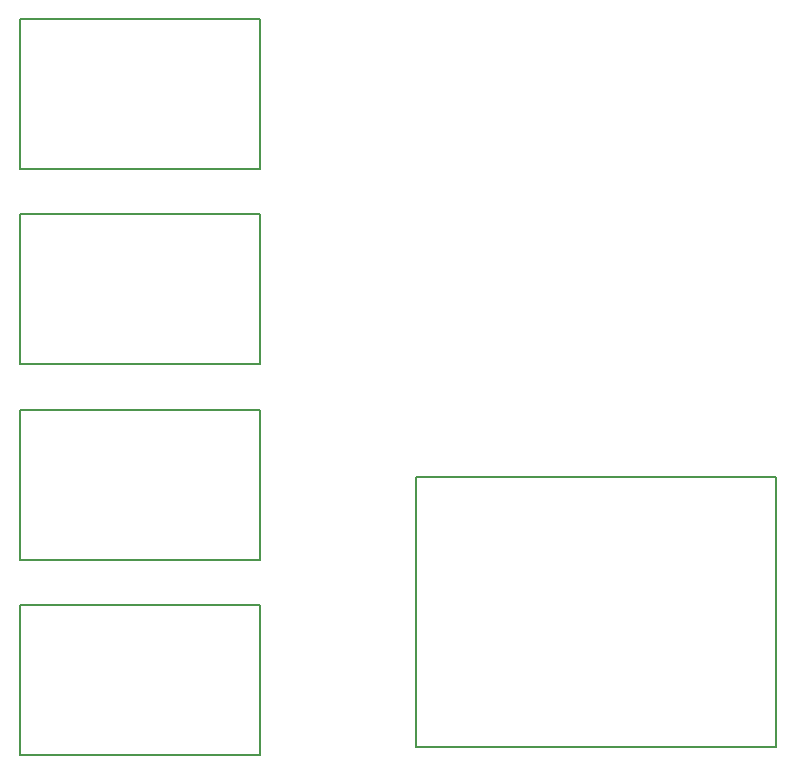
<source format=gbr>
G04 #@! TF.FileFunction,Legend,Bot*
%FSLAX46Y46*%
G04 Gerber Fmt 4.6, Leading zero omitted, Abs format (unit mm)*
G04 Created by KiCad (PCBNEW 4.0.6) date 05/30/17 18:11:38*
%MOMM*%
%LPD*%
G01*
G04 APERTURE LIST*
%ADD10C,0.100000*%
%ADD11C,0.150000*%
G04 APERTURE END LIST*
D10*
D11*
X199136000Y-126365000D02*
X199136000Y-149225000D01*
X229616000Y-126365000D02*
X199136000Y-126365000D01*
X229616000Y-149225000D02*
X229616000Y-126365000D01*
X199136000Y-149225000D02*
X229616000Y-149225000D01*
X185890000Y-100270000D02*
X185890000Y-87570000D01*
X165570000Y-100270000D02*
X185890000Y-100270000D01*
X165570000Y-87570000D02*
X165570000Y-100270000D01*
X185890000Y-87570000D02*
X165570000Y-87570000D01*
X185890000Y-116810000D02*
X185890000Y-104110000D01*
X165570000Y-116810000D02*
X185890000Y-116810000D01*
X165570000Y-104110000D02*
X165570000Y-116810000D01*
X185890000Y-104110000D02*
X165570000Y-104110000D01*
X185928000Y-133350000D02*
X185928000Y-120650000D01*
X165608000Y-133350000D02*
X185928000Y-133350000D01*
X165608000Y-120650000D02*
X165608000Y-133350000D01*
X185928000Y-120650000D02*
X165608000Y-120650000D01*
X185928000Y-149860000D02*
X185928000Y-137160000D01*
X165608000Y-149860000D02*
X185928000Y-149860000D01*
X165608000Y-137160000D02*
X165608000Y-149860000D01*
X185928000Y-137160000D02*
X165608000Y-137160000D01*
M02*

</source>
